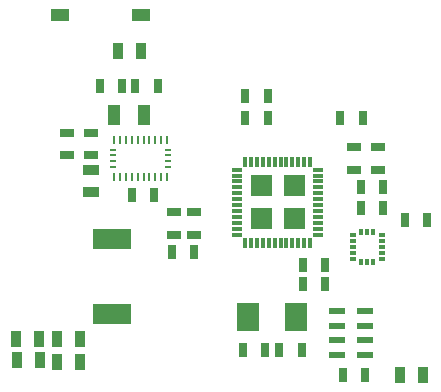
<source format=gtp>
G04*
G04 #@! TF.GenerationSoftware,Altium Limited,Altium Designer,22.10.1 (41)*
G04*
G04 Layer_Color=8421504*
%FSLAX25Y25*%
%MOIN*%
G70*
G04*
G04 #@! TF.SameCoordinates,0245A464-56C0-4E7C-B2BA-3340792428E8*
G04*
G04*
G04 #@! TF.FilePolarity,Positive*
G04*
G01*
G75*
%ADD19R,0.03622X0.05433*%
%ADD20R,0.00984X0.02657*%
%ADD21R,0.02264X0.00984*%
%ADD22R,0.02756X0.05118*%
G04:AMPARAMS|DCode=23|XSize=51.58mil|YSize=20.87mil|CornerRadius=1.57mil|HoleSize=0mil|Usage=FLASHONLY|Rotation=180.000|XOffset=0mil|YOffset=0mil|HoleType=Round|Shape=RoundedRectangle|*
%AMROUNDEDRECTD23*
21,1,0.05158,0.01774,0,0,180.0*
21,1,0.04845,0.02087,0,0,180.0*
1,1,0.00313,-0.02422,0.00887*
1,1,0.00313,0.02422,0.00887*
1,1,0.00313,0.02422,-0.00887*
1,1,0.00313,-0.02422,-0.00887*
%
%ADD23ROUNDEDRECTD23*%
G04:AMPARAMS|DCode=24|XSize=51.58mil|YSize=20.87mil|CornerRadius=1.67mil|HoleSize=0mil|Usage=FLASHONLY|Rotation=180.000|XOffset=0mil|YOffset=0mil|HoleType=Round|Shape=RoundedRectangle|*
%AMROUNDEDRECTD24*
21,1,0.05158,0.01753,0,0,180.0*
21,1,0.04824,0.02087,0,0,180.0*
1,1,0.00334,-0.02412,0.00876*
1,1,0.00334,0.02412,0.00876*
1,1,0.00334,0.02412,-0.00876*
1,1,0.00334,-0.02412,-0.00876*
%
%ADD24ROUNDEDRECTD24*%
G04:AMPARAMS|DCode=25|XSize=19.29mil|YSize=13.78mil|CornerRadius=1.72mil|HoleSize=0mil|Usage=FLASHONLY|Rotation=270.000|XOffset=0mil|YOffset=0mil|HoleType=Round|Shape=RoundedRectangle|*
%AMROUNDEDRECTD25*
21,1,0.01929,0.01034,0,0,270.0*
21,1,0.01585,0.01378,0,0,270.0*
1,1,0.00345,-0.00517,-0.00792*
1,1,0.00345,-0.00517,0.00792*
1,1,0.00345,0.00517,0.00792*
1,1,0.00345,0.00517,-0.00792*
%
%ADD25ROUNDEDRECTD25*%
G04:AMPARAMS|DCode=26|XSize=19.29mil|YSize=13.78mil|CornerRadius=1.72mil|HoleSize=0mil|Usage=FLASHONLY|Rotation=180.000|XOffset=0mil|YOffset=0mil|HoleType=Round|Shape=RoundedRectangle|*
%AMROUNDEDRECTD26*
21,1,0.01929,0.01034,0,0,180.0*
21,1,0.01585,0.01378,0,0,180.0*
1,1,0.00345,-0.00792,0.00517*
1,1,0.00345,0.00792,0.00517*
1,1,0.00345,0.00792,-0.00517*
1,1,0.00345,-0.00792,-0.00517*
%
%ADD26ROUNDEDRECTD26*%
G04:AMPARAMS|DCode=27|XSize=34.25mil|YSize=10.63mil|CornerRadius=1.33mil|HoleSize=0mil|Usage=FLASHONLY|Rotation=90.000|XOffset=0mil|YOffset=0mil|HoleType=Round|Shape=RoundedRectangle|*
%AMROUNDEDRECTD27*
21,1,0.03425,0.00797,0,0,90.0*
21,1,0.03160,0.01063,0,0,90.0*
1,1,0.00266,0.00399,0.01580*
1,1,0.00266,0.00399,-0.01580*
1,1,0.00266,-0.00399,-0.01580*
1,1,0.00266,-0.00399,0.01580*
%
%ADD27ROUNDEDRECTD27*%
G04:AMPARAMS|DCode=28|XSize=34.25mil|YSize=10.63mil|CornerRadius=1.33mil|HoleSize=0mil|Usage=FLASHONLY|Rotation=180.000|XOffset=0mil|YOffset=0mil|HoleType=Round|Shape=RoundedRectangle|*
%AMROUNDEDRECTD28*
21,1,0.03425,0.00797,0,0,180.0*
21,1,0.03160,0.01063,0,0,180.0*
1,1,0.00266,-0.01580,0.00399*
1,1,0.00266,0.01580,0.00399*
1,1,0.00266,0.01580,-0.00399*
1,1,0.00266,-0.01580,-0.00399*
%
%ADD28ROUNDEDRECTD28*%
%ADD29R,0.07480X0.09449*%
%ADD30R,0.03937X0.07087*%
%ADD31R,0.05433X0.03622*%
%ADD32R,0.05118X0.02756*%
%ADD33R,0.05906X0.03937*%
%ADD34R,0.12598X0.06772*%
G36*
X96417Y82244D02*
Y75236D01*
X89409D01*
Y82244D01*
X96417D01*
D02*
G37*
G36*
Y93268D02*
Y86260D01*
X89409D01*
Y93268D01*
X96417D01*
D02*
G37*
G36*
X107441Y82244D02*
Y75236D01*
X100433D01*
Y82244D01*
X107441D01*
D02*
G37*
G36*
Y93268D02*
Y86260D01*
X100433D01*
Y93268D01*
X107441D01*
D02*
G37*
D19*
X146890Y26772D02*
D03*
X139370D02*
D03*
X11594Y31496D02*
D03*
X19114D02*
D03*
X11201Y38583D02*
D03*
X18721D02*
D03*
X24980Y31102D02*
D03*
X32500D02*
D03*
X45236Y134646D02*
D03*
X52756D02*
D03*
X32500Y38583D02*
D03*
X24980D02*
D03*
D20*
X43898Y104971D02*
D03*
Y92667D02*
D03*
X45866D02*
D03*
X47835D02*
D03*
X49803D02*
D03*
X51772D02*
D03*
X53740D02*
D03*
X55709D02*
D03*
X57677D02*
D03*
X59646D02*
D03*
X61614D02*
D03*
Y104971D02*
D03*
X59646D02*
D03*
X57677D02*
D03*
X55709D02*
D03*
X53740D02*
D03*
X51772D02*
D03*
X49803D02*
D03*
X47835D02*
D03*
X45866D02*
D03*
D21*
X43652Y101772D02*
D03*
Y99803D02*
D03*
Y97835D02*
D03*
Y95866D02*
D03*
X61860D02*
D03*
Y97835D02*
D03*
Y99803D02*
D03*
Y101772D02*
D03*
D22*
X50984Y122835D02*
D03*
X58465D02*
D03*
X126772Y112205D02*
D03*
X119291D02*
D03*
X127559Y26772D02*
D03*
X120079D02*
D03*
X49803Y86614D02*
D03*
X57284D02*
D03*
X39173Y122835D02*
D03*
X46654D02*
D03*
X148228Y78347D02*
D03*
X140748D02*
D03*
X86811Y35039D02*
D03*
X94291D02*
D03*
X126181Y89370D02*
D03*
X133661D02*
D03*
X133661Y82284D02*
D03*
X126181D02*
D03*
X106496Y35039D02*
D03*
X99016D02*
D03*
X87598Y112205D02*
D03*
X95079D02*
D03*
X87598Y119685D02*
D03*
X95079D02*
D03*
X63189Y67716D02*
D03*
X70669D02*
D03*
X106890Y57087D02*
D03*
X114370D02*
D03*
X106890Y63386D02*
D03*
X114370D02*
D03*
D23*
X127559Y33268D02*
D03*
D24*
X118110D02*
D03*
X127559Y38189D02*
D03*
Y43110D02*
D03*
Y48031D02*
D03*
X118110D02*
D03*
Y43110D02*
D03*
Y38189D02*
D03*
D25*
X126378Y74252D02*
D03*
X128347D02*
D03*
X130315D02*
D03*
Y64331D02*
D03*
X128347D02*
D03*
X126378D02*
D03*
D26*
X133307Y73228D02*
D03*
Y71260D02*
D03*
Y69291D02*
D03*
Y67323D02*
D03*
Y65354D02*
D03*
X123386D02*
D03*
Y67323D02*
D03*
Y69291D02*
D03*
Y71260D02*
D03*
Y73228D02*
D03*
D27*
X87598Y97756D02*
D03*
X89567D02*
D03*
X91535D02*
D03*
X93504D02*
D03*
X95472D02*
D03*
X97441D02*
D03*
X99409D02*
D03*
X101378D02*
D03*
X103347D02*
D03*
X105315D02*
D03*
X107283D02*
D03*
X109252D02*
D03*
Y70748D02*
D03*
X107283D02*
D03*
X105315D02*
D03*
X103347D02*
D03*
X101378D02*
D03*
X99409D02*
D03*
X97441D02*
D03*
X95472D02*
D03*
X93504D02*
D03*
X91535D02*
D03*
X89567D02*
D03*
X87598D02*
D03*
D28*
X84921Y73425D02*
D03*
Y75394D02*
D03*
Y77362D02*
D03*
Y79331D02*
D03*
Y81299D02*
D03*
Y83268D02*
D03*
Y85236D02*
D03*
Y87205D02*
D03*
Y89173D02*
D03*
Y91142D02*
D03*
Y93110D02*
D03*
Y95079D02*
D03*
X111929D02*
D03*
Y93110D02*
D03*
Y91142D02*
D03*
Y89173D02*
D03*
Y87205D02*
D03*
Y85236D02*
D03*
Y83268D02*
D03*
Y81299D02*
D03*
Y79331D02*
D03*
Y77362D02*
D03*
Y75394D02*
D03*
Y73425D02*
D03*
D29*
X88386Y46063D02*
D03*
X104527D02*
D03*
D30*
X43898Y113386D02*
D03*
X53740D02*
D03*
D31*
X36220Y95098D02*
D03*
Y87579D02*
D03*
D32*
X28346Y99803D02*
D03*
Y107283D02*
D03*
X36220Y99803D02*
D03*
Y107283D02*
D03*
X70473Y73425D02*
D03*
Y80905D02*
D03*
X63779Y73425D02*
D03*
Y80905D02*
D03*
X131890Y95079D02*
D03*
Y102559D02*
D03*
X124016Y95079D02*
D03*
Y102559D02*
D03*
D33*
X25870Y146457D02*
D03*
X52870D02*
D03*
D34*
X43307Y46831D02*
D03*
Y72067D02*
D03*
M02*

</source>
